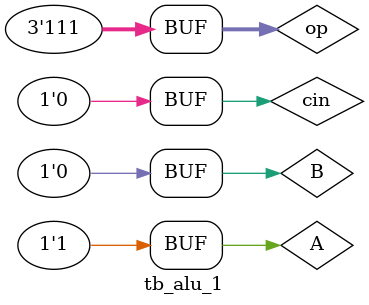
<source format=v>
module tb_alu_1;

reg A,B,cin;
wire res,c_out,less;
reg[2:0] op;

alu_1 alu(res,c_out,A,B,cin,op);

	initial begin
		A = 1'b1;
		B = 1'b0;
		op = 3'b111;
		cin = 1'b0;
		#40;
		$monitor("%b |%3b| %b = %b",A,B,op,res);
	end
endmodule
</source>
